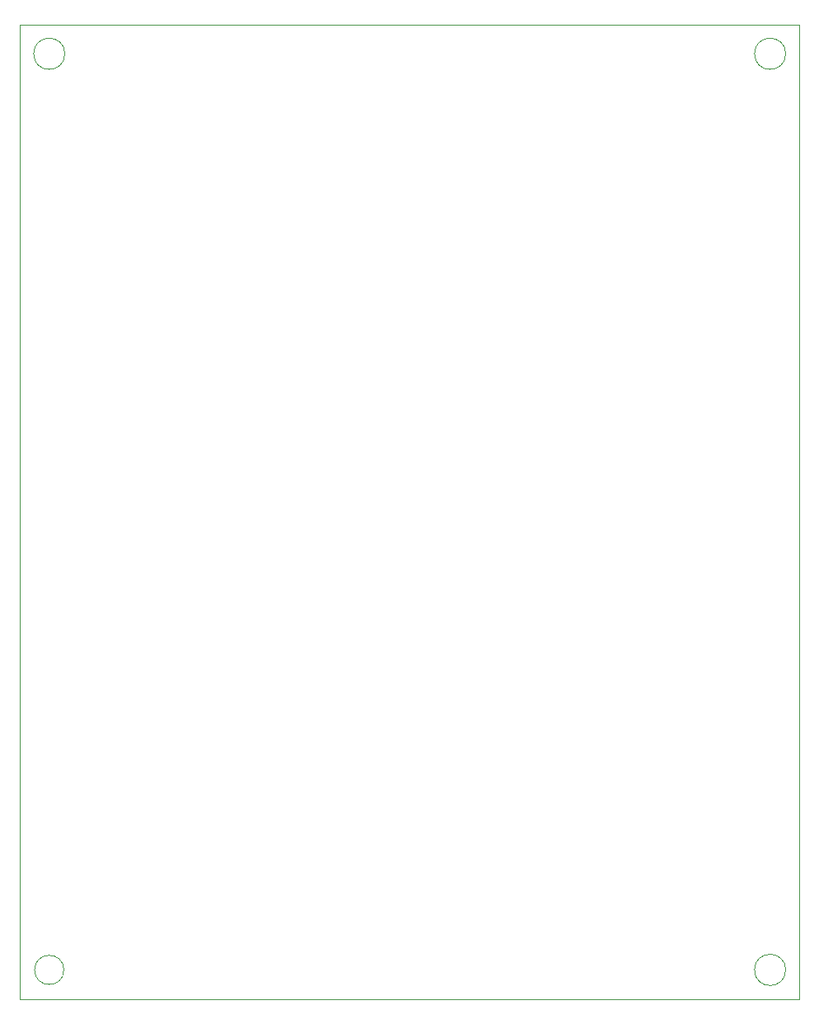
<source format=gm1>
G04 #@! TF.GenerationSoftware,KiCad,Pcbnew,(6.0.11-0)*
G04 #@! TF.CreationDate,2023-03-26T21:42:55+01:00*
G04 #@! TF.ProjectId,ioboard,696f626f-6172-4642-9e6b-696361645f70,rev?*
G04 #@! TF.SameCoordinates,Original*
G04 #@! TF.FileFunction,Profile,NP*
%FSLAX46Y46*%
G04 Gerber Fmt 4.6, Leading zero omitted, Abs format (unit mm)*
G04 Created by KiCad (PCBNEW (6.0.11-0)) date 2023-03-26 21:42:55*
%MOMM*%
%LPD*%
G01*
G04 APERTURE LIST*
G04 #@! TA.AperFunction,Profile*
%ADD10C,0.100000*%
G04 #@! TD*
G04 APERTURE END LIST*
D10*
X4500000Y-97000000D02*
G75*
G03*
X4500000Y-97000000I-1500000J0D01*
G01*
X78600000Y-3000000D02*
G75*
G03*
X78600000Y-3000000I-1600000J0D01*
G01*
X78600000Y-97000000D02*
G75*
G03*
X78600000Y-97000000I-1600000J0D01*
G01*
X0Y0D02*
X80000000Y0D01*
X80000000Y0D02*
X80000000Y-100000000D01*
X80000000Y-100000000D02*
X0Y-100000000D01*
X0Y-100000000D02*
X0Y0D01*
X4600000Y-3000000D02*
G75*
G03*
X4600000Y-3000000I-1600000J0D01*
G01*
M02*

</source>
